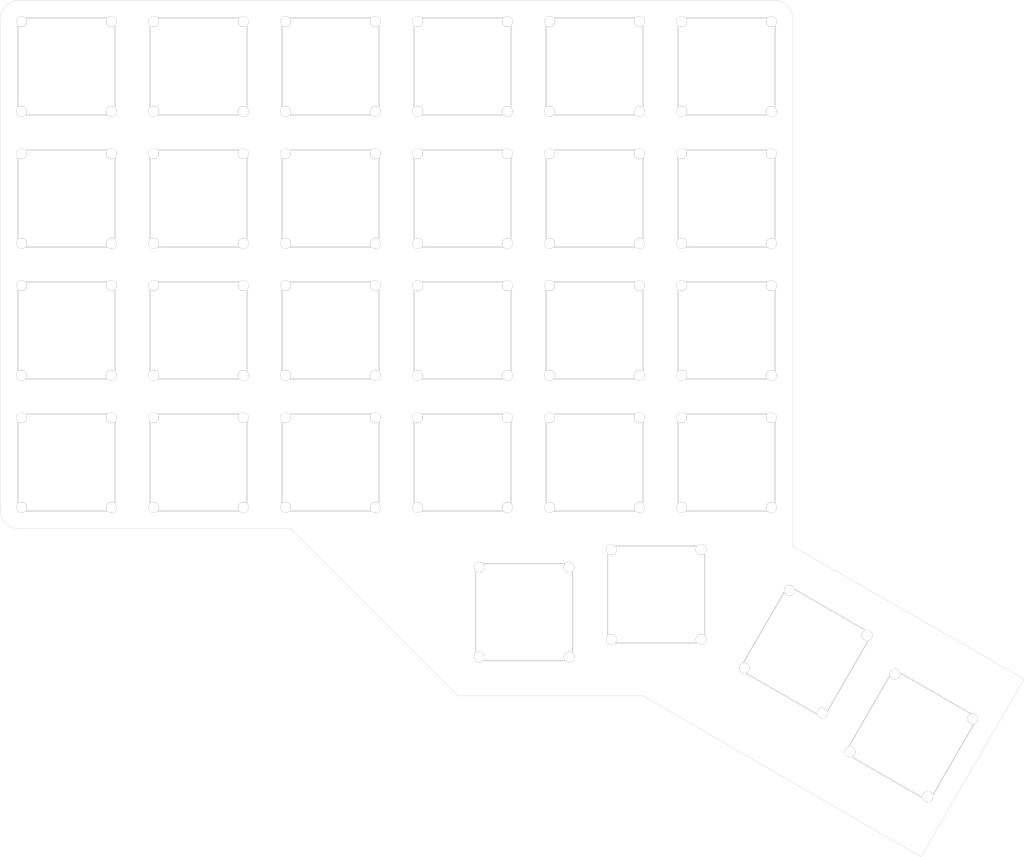
<source format=kicad_pcb>
(kicad_pcb (version 20171130) (host pcbnew "(5.1.4)-1")

  (general
    (thickness 1.6)
    (drawings 12)
    (tracks 0)
    (zones 0)
    (modules 28)
    (nets 1)
  )

  (page A4)
  (layers
    (0 F.Cu signal)
    (31 B.Cu signal)
    (32 B.Adhes user)
    (33 F.Adhes user)
    (34 B.Paste user)
    (35 F.Paste user)
    (36 B.SilkS user)
    (37 F.SilkS user)
    (38 B.Mask user)
    (39 F.Mask user)
    (40 Dwgs.User user)
    (41 Cmts.User user)
    (42 Eco1.User user)
    (43 Eco2.User user)
    (44 Edge.Cuts user)
    (45 Margin user)
    (46 B.CrtYd user)
    (47 F.CrtYd user)
    (48 B.Fab user)
    (49 F.Fab user)
  )

  (setup
    (last_trace_width 0.25)
    (trace_clearance 0.2)
    (zone_clearance 0.508)
    (zone_45_only no)
    (trace_min 0.2)
    (via_size 0.8)
    (via_drill 0.4)
    (via_min_size 0.4)
    (via_min_drill 0.3)
    (uvia_size 0.3)
    (uvia_drill 0.1)
    (uvias_allowed no)
    (uvia_min_size 0.2)
    (uvia_min_drill 0.1)
    (edge_width 0.05)
    (segment_width 0.2)
    (pcb_text_width 0.3)
    (pcb_text_size 1.5 1.5)
    (mod_edge_width 0.12)
    (mod_text_size 1 1)
    (mod_text_width 0.15)
    (pad_size 1.524 1.524)
    (pad_drill 0.762)
    (pad_to_mask_clearance 0.051)
    (solder_mask_min_width 0.25)
    (aux_axis_origin 0 0)
    (grid_origin 71.77 33.64)
    (visible_elements FFFFFF7F)
    (pcbplotparams
      (layerselection 0x010fc_ffffffff)
      (usegerberextensions false)
      (usegerberattributes false)
      (usegerberadvancedattributes false)
      (creategerberjobfile false)
      (excludeedgelayer true)
      (linewidth 0.100000)
      (plotframeref false)
      (viasonmask false)
      (mode 1)
      (useauxorigin false)
      (hpglpennumber 1)
      (hpglpenspeed 20)
      (hpglpendiameter 15.000000)
      (psnegative false)
      (psa4output false)
      (plotreference true)
      (plotvalue true)
      (plotinvisibletext false)
      (padsonsilk false)
      (subtractmaskfromsilk false)
      (outputformat 1)
      (mirror false)
      (drillshape 1)
      (scaleselection 1)
      (outputdirectory ""))
  )

  (net 0 "")

  (net_class Default "これはデフォルトのネット クラスです。"
    (clearance 0.2)
    (trace_width 0.25)
    (via_dia 0.8)
    (via_drill 0.4)
    (uvia_dia 0.3)
    (uvia_drill 0.1)
  )

  (module SWAN_KEYBOARD:Switch_Cuts (layer F.Cu) (tedit 5D3889D4) (tstamp 5DED8479)
    (at 203.85 140.32 330)
    (fp_text reference SW2 (at 7.1 8.2 150) (layer F.SilkS) hide
      (effects (font (size 1 1) (thickness 0.15)))
    )
    (fp_text value SW_PUSH (at -4.8 8.3 150) (layer F.Fab) hide
      (effects (font (size 1 1) (thickness 0.15)))
    )
    (fp_line (start 7 -7) (end 7 7) (layer Edge.Cuts) (width 0.15))
    (fp_line (start -7 -7) (end 7 -7) (layer Edge.Cuts) (width 0.15))
    (fp_line (start -7 7) (end 7 7) (layer Edge.Cuts) (width 0.15))
    (fp_line (start -7 -7) (end -7 7) (layer Edge.Cuts) (width 0.15))
    (fp_line (start -9.525 9.525) (end -9.525 -9.525) (layer Dwgs.User) (width 0.15))
    (fp_line (start 9.525 9.525) (end -9.525 9.525) (layer Dwgs.User) (width 0.15))
    (fp_line (start 9.525 -9.525) (end 9.525 9.525) (layer Dwgs.User) (width 0.15))
    (fp_line (start -9.525 -9.525) (end 9.525 -9.525) (layer Dwgs.User) (width 0.15))
    (pad "" np_thru_hole circle (at 6.477 -6.477 330) (size 1.524 1.524) (drill 1.5) (layers *.Cu *.Mask))
    (pad "" np_thru_hole circle (at -6.477 6.477 330) (size 1.524 1.524) (drill 1.5) (layers *.Cu *.Mask))
    (pad "" np_thru_hole circle (at 6.477 6.477 330) (size 1.524 1.524) (drill 1.5) (layers *.Cu *.Mask))
    (pad "" np_thru_hole circle (at -6.477 -6.477 330) (size 1.524 1.524) (drill 1.5) (layers *.Cu *.Mask))
  )

  (module SWAN_KEYBOARD:Switch_Cuts (layer F.Cu) (tedit 5D3889D4) (tstamp 5DED756B)
    (at 188.61 128.255 330)
    (fp_text reference SW2 (at 7.1 8.2 150) (layer F.SilkS) hide
      (effects (font (size 1 1) (thickness 0.15)))
    )
    (fp_text value SW_PUSH (at -4.8 8.3 150) (layer F.Fab) hide
      (effects (font (size 1 1) (thickness 0.15)))
    )
    (fp_line (start -9.525 -9.525) (end 9.525 -9.525) (layer Dwgs.User) (width 0.15))
    (fp_line (start 9.525 -9.525) (end 9.525 9.525) (layer Dwgs.User) (width 0.15))
    (fp_line (start 9.525 9.525) (end -9.525 9.525) (layer Dwgs.User) (width 0.15))
    (fp_line (start -9.525 9.525) (end -9.525 -9.525) (layer Dwgs.User) (width 0.15))
    (fp_line (start -7 -7) (end -7 7) (layer Edge.Cuts) (width 0.15))
    (fp_line (start -7 7) (end 7 7) (layer Edge.Cuts) (width 0.15))
    (fp_line (start -7 -7) (end 7 -7) (layer Edge.Cuts) (width 0.15))
    (fp_line (start 7 -7) (end 7 7) (layer Edge.Cuts) (width 0.15))
    (pad "" np_thru_hole circle (at -6.477 -6.477 330) (size 1.524 1.524) (drill 1.5) (layers *.Cu *.Mask))
    (pad "" np_thru_hole circle (at 6.477 6.477 330) (size 1.524 1.524) (drill 1.5) (layers *.Cu *.Mask))
    (pad "" np_thru_hole circle (at -6.477 6.477 330) (size 1.524 1.524) (drill 1.5) (layers *.Cu *.Mask))
    (pad "" np_thru_hole circle (at 6.477 -6.477 330) (size 1.524 1.524) (drill 1.5) (layers *.Cu *.Mask))
  )

  (module SWAN_KEYBOARD:Switch_Cuts (layer F.Cu) (tedit 5D3889D4) (tstamp 5DED762D)
    (at 147.97 122.54)
    (fp_text reference SW2 (at 7.1 8.2) (layer F.SilkS) hide
      (effects (font (size 1 1) (thickness 0.15)))
    )
    (fp_text value SW_PUSH (at -4.8 8.3) (layer F.Fab) hide
      (effects (font (size 1 1) (thickness 0.15)))
    )
    (fp_line (start -9.525 -9.525) (end 9.525 -9.525) (layer Dwgs.User) (width 0.15))
    (fp_line (start 9.525 -9.525) (end 9.525 9.525) (layer Dwgs.User) (width 0.15))
    (fp_line (start 9.525 9.525) (end -9.525 9.525) (layer Dwgs.User) (width 0.15))
    (fp_line (start -9.525 9.525) (end -9.525 -9.525) (layer Dwgs.User) (width 0.15))
    (fp_line (start -7 -7) (end -7 7) (layer Edge.Cuts) (width 0.15))
    (fp_line (start -7 7) (end 7 7) (layer Edge.Cuts) (width 0.15))
    (fp_line (start -7 -7) (end 7 -7) (layer Edge.Cuts) (width 0.15))
    (fp_line (start 7 -7) (end 7 7) (layer Edge.Cuts) (width 0.15))
    (pad "" np_thru_hole circle (at -6.477 -6.477) (size 1.524 1.524) (drill 1.5) (layers *.Cu *.Mask))
    (pad "" np_thru_hole circle (at 6.477 6.477) (size 1.524 1.524) (drill 1.5) (layers *.Cu *.Mask))
    (pad "" np_thru_hole circle (at -6.477 6.477) (size 1.524 1.524) (drill 1.5) (layers *.Cu *.Mask))
    (pad "" np_thru_hole circle (at 6.477 -6.477) (size 1.524 1.524) (drill 1.5) (layers *.Cu *.Mask))
  )

  (module SWAN_KEYBOARD:Switch_Cuts (layer F.Cu) (tedit 5D3889D4) (tstamp 5DED7249)
    (at 167.02 120)
    (fp_text reference SW2 (at 7.1 8.2) (layer F.SilkS) hide
      (effects (font (size 1 1) (thickness 0.15)))
    )
    (fp_text value SW_PUSH (at -4.8 8.3) (layer F.Fab) hide
      (effects (font (size 1 1) (thickness 0.15)))
    )
    (fp_line (start 7 -7) (end 7 7) (layer Edge.Cuts) (width 0.15))
    (fp_line (start -7 -7) (end 7 -7) (layer Edge.Cuts) (width 0.15))
    (fp_line (start -7 7) (end 7 7) (layer Edge.Cuts) (width 0.15))
    (fp_line (start -7 -7) (end -7 7) (layer Edge.Cuts) (width 0.15))
    (fp_line (start -9.525 9.525) (end -9.525 -9.525) (layer Dwgs.User) (width 0.15))
    (fp_line (start 9.525 9.525) (end -9.525 9.525) (layer Dwgs.User) (width 0.15))
    (fp_line (start 9.525 -9.525) (end 9.525 9.525) (layer Dwgs.User) (width 0.15))
    (fp_line (start -9.525 -9.525) (end 9.525 -9.525) (layer Dwgs.User) (width 0.15))
    (pad "" np_thru_hole circle (at 6.477 -6.477) (size 1.524 1.524) (drill 1.5) (layers *.Cu *.Mask))
    (pad "" np_thru_hole circle (at -6.477 6.477) (size 1.524 1.524) (drill 1.5) (layers *.Cu *.Mask))
    (pad "" np_thru_hole circle (at 6.477 6.477) (size 1.524 1.524) (drill 1.5) (layers *.Cu *.Mask))
    (pad "" np_thru_hole circle (at -6.477 -6.477) (size 1.524 1.524) (drill 1.5) (layers *.Cu *.Mask))
  )

  (module SWAN_KEYBOARD:Switch_Cuts (layer F.Cu) (tedit 5D3889D4) (tstamp 5DED7294)
    (at 158.13 100.95)
    (fp_text reference SW2 (at 7.1 8.2) (layer F.SilkS) hide
      (effects (font (size 1 1) (thickness 0.15)))
    )
    (fp_text value SW_PUSH (at -4.8 8.3) (layer F.Fab) hide
      (effects (font (size 1 1) (thickness 0.15)))
    )
    (fp_line (start -9.525 -9.525) (end 9.525 -9.525) (layer Dwgs.User) (width 0.15))
    (fp_line (start 9.525 -9.525) (end 9.525 9.525) (layer Dwgs.User) (width 0.15))
    (fp_line (start 9.525 9.525) (end -9.525 9.525) (layer Dwgs.User) (width 0.15))
    (fp_line (start -9.525 9.525) (end -9.525 -9.525) (layer Dwgs.User) (width 0.15))
    (fp_line (start -7 -7) (end -7 7) (layer Edge.Cuts) (width 0.15))
    (fp_line (start -7 7) (end 7 7) (layer Edge.Cuts) (width 0.15))
    (fp_line (start -7 -7) (end 7 -7) (layer Edge.Cuts) (width 0.15))
    (fp_line (start 7 -7) (end 7 7) (layer Edge.Cuts) (width 0.15))
    (pad "" np_thru_hole circle (at -6.477 -6.477) (size 1.524 1.524) (drill 1.5) (layers *.Cu *.Mask))
    (pad "" np_thru_hole circle (at 6.477 6.477) (size 1.524 1.524) (drill 1.5) (layers *.Cu *.Mask))
    (pad "" np_thru_hole circle (at -6.477 6.477) (size 1.524 1.524) (drill 1.5) (layers *.Cu *.Mask))
    (pad "" np_thru_hole circle (at 6.477 -6.477) (size 1.524 1.524) (drill 1.5) (layers *.Cu *.Mask))
  )

  (module SWAN_KEYBOARD:Switch_Cuts (layer F.Cu) (tedit 5D3889D4) (tstamp 5DED7285)
    (at 177.18 100.95)
    (fp_text reference SW2 (at 7.1 8.2) (layer F.SilkS) hide
      (effects (font (size 1 1) (thickness 0.15)))
    )
    (fp_text value SW_PUSH (at -4.8 8.3) (layer F.Fab) hide
      (effects (font (size 1 1) (thickness 0.15)))
    )
    (fp_line (start -9.525 -9.525) (end 9.525 -9.525) (layer Dwgs.User) (width 0.15))
    (fp_line (start 9.525 -9.525) (end 9.525 9.525) (layer Dwgs.User) (width 0.15))
    (fp_line (start 9.525 9.525) (end -9.525 9.525) (layer Dwgs.User) (width 0.15))
    (fp_line (start -9.525 9.525) (end -9.525 -9.525) (layer Dwgs.User) (width 0.15))
    (fp_line (start -7 -7) (end -7 7) (layer Edge.Cuts) (width 0.15))
    (fp_line (start -7 7) (end 7 7) (layer Edge.Cuts) (width 0.15))
    (fp_line (start -7 -7) (end 7 -7) (layer Edge.Cuts) (width 0.15))
    (fp_line (start 7 -7) (end 7 7) (layer Edge.Cuts) (width 0.15))
    (pad "" np_thru_hole circle (at -6.477 -6.477) (size 1.524 1.524) (drill 1.5) (layers *.Cu *.Mask))
    (pad "" np_thru_hole circle (at 6.477 6.477) (size 1.524 1.524) (drill 1.5) (layers *.Cu *.Mask))
    (pad "" np_thru_hole circle (at -6.477 6.477) (size 1.524 1.524) (drill 1.5) (layers *.Cu *.Mask))
    (pad "" np_thru_hole circle (at 6.477 -6.477) (size 1.524 1.524) (drill 1.5) (layers *.Cu *.Mask))
  )

  (module SWAN_KEYBOARD:Switch_Cuts (layer F.Cu) (tedit 5D3889D4) (tstamp 5DED7276)
    (at 139.08 100.95)
    (fp_text reference SW2 (at 7.1 8.2) (layer F.SilkS) hide
      (effects (font (size 1 1) (thickness 0.15)))
    )
    (fp_text value SW_PUSH (at -4.8 8.3) (layer F.Fab) hide
      (effects (font (size 1 1) (thickness 0.15)))
    )
    (fp_line (start -9.525 -9.525) (end 9.525 -9.525) (layer Dwgs.User) (width 0.15))
    (fp_line (start 9.525 -9.525) (end 9.525 9.525) (layer Dwgs.User) (width 0.15))
    (fp_line (start 9.525 9.525) (end -9.525 9.525) (layer Dwgs.User) (width 0.15))
    (fp_line (start -9.525 9.525) (end -9.525 -9.525) (layer Dwgs.User) (width 0.15))
    (fp_line (start -7 -7) (end -7 7) (layer Edge.Cuts) (width 0.15))
    (fp_line (start -7 7) (end 7 7) (layer Edge.Cuts) (width 0.15))
    (fp_line (start -7 -7) (end 7 -7) (layer Edge.Cuts) (width 0.15))
    (fp_line (start 7 -7) (end 7 7) (layer Edge.Cuts) (width 0.15))
    (pad "" np_thru_hole circle (at -6.477 -6.477) (size 1.524 1.524) (drill 1.5) (layers *.Cu *.Mask))
    (pad "" np_thru_hole circle (at 6.477 6.477) (size 1.524 1.524) (drill 1.5) (layers *.Cu *.Mask))
    (pad "" np_thru_hole circle (at -6.477 6.477) (size 1.524 1.524) (drill 1.5) (layers *.Cu *.Mask))
    (pad "" np_thru_hole circle (at 6.477 -6.477) (size 1.524 1.524) (drill 1.5) (layers *.Cu *.Mask))
  )

  (module SWAN_KEYBOARD:Switch_Cuts (layer F.Cu) (tedit 5D3889D4) (tstamp 5DED7267)
    (at 120.03 100.95)
    (fp_text reference SW2 (at 7.1 8.2) (layer F.SilkS) hide
      (effects (font (size 1 1) (thickness 0.15)))
    )
    (fp_text value SW_PUSH (at -4.8 8.3) (layer F.Fab) hide
      (effects (font (size 1 1) (thickness 0.15)))
    )
    (fp_line (start -9.525 -9.525) (end 9.525 -9.525) (layer Dwgs.User) (width 0.15))
    (fp_line (start 9.525 -9.525) (end 9.525 9.525) (layer Dwgs.User) (width 0.15))
    (fp_line (start 9.525 9.525) (end -9.525 9.525) (layer Dwgs.User) (width 0.15))
    (fp_line (start -9.525 9.525) (end -9.525 -9.525) (layer Dwgs.User) (width 0.15))
    (fp_line (start -7 -7) (end -7 7) (layer Edge.Cuts) (width 0.15))
    (fp_line (start -7 7) (end 7 7) (layer Edge.Cuts) (width 0.15))
    (fp_line (start -7 -7) (end 7 -7) (layer Edge.Cuts) (width 0.15))
    (fp_line (start 7 -7) (end 7 7) (layer Edge.Cuts) (width 0.15))
    (pad "" np_thru_hole circle (at -6.477 -6.477) (size 1.524 1.524) (drill 1.5) (layers *.Cu *.Mask))
    (pad "" np_thru_hole circle (at 6.477 6.477) (size 1.524 1.524) (drill 1.5) (layers *.Cu *.Mask))
    (pad "" np_thru_hole circle (at -6.477 6.477) (size 1.524 1.524) (drill 1.5) (layers *.Cu *.Mask))
    (pad "" np_thru_hole circle (at 6.477 -6.477) (size 1.524 1.524) (drill 1.5) (layers *.Cu *.Mask))
  )

  (module SWAN_KEYBOARD:Switch_Cuts (layer F.Cu) (tedit 5D3889D4) (tstamp 5DED7258)
    (at 100.98 100.95)
    (fp_text reference SW2 (at 7.1 8.2) (layer F.SilkS) hide
      (effects (font (size 1 1) (thickness 0.15)))
    )
    (fp_text value SW_PUSH (at -4.8 8.3) (layer F.Fab) hide
      (effects (font (size 1 1) (thickness 0.15)))
    )
    (fp_line (start -9.525 -9.525) (end 9.525 -9.525) (layer Dwgs.User) (width 0.15))
    (fp_line (start 9.525 -9.525) (end 9.525 9.525) (layer Dwgs.User) (width 0.15))
    (fp_line (start 9.525 9.525) (end -9.525 9.525) (layer Dwgs.User) (width 0.15))
    (fp_line (start -9.525 9.525) (end -9.525 -9.525) (layer Dwgs.User) (width 0.15))
    (fp_line (start -7 -7) (end -7 7) (layer Edge.Cuts) (width 0.15))
    (fp_line (start -7 7) (end 7 7) (layer Edge.Cuts) (width 0.15))
    (fp_line (start -7 -7) (end 7 -7) (layer Edge.Cuts) (width 0.15))
    (fp_line (start 7 -7) (end 7 7) (layer Edge.Cuts) (width 0.15))
    (pad "" np_thru_hole circle (at -6.477 -6.477) (size 1.524 1.524) (drill 1.5) (layers *.Cu *.Mask))
    (pad "" np_thru_hole circle (at 6.477 6.477) (size 1.524 1.524) (drill 1.5) (layers *.Cu *.Mask))
    (pad "" np_thru_hole circle (at -6.477 6.477) (size 1.524 1.524) (drill 1.5) (layers *.Cu *.Mask))
    (pad "" np_thru_hole circle (at 6.477 -6.477) (size 1.524 1.524) (drill 1.5) (layers *.Cu *.Mask))
  )

  (module SWAN_KEYBOARD:Switch_Cuts (layer F.Cu) (tedit 5D3889D4) (tstamp 5DED7249)
    (at 81.93 100.95)
    (fp_text reference SW2 (at 7.1 8.2) (layer F.SilkS) hide
      (effects (font (size 1 1) (thickness 0.15)))
    )
    (fp_text value SW_PUSH (at -4.8 8.3) (layer F.Fab) hide
      (effects (font (size 1 1) (thickness 0.15)))
    )
    (fp_line (start 7 -7) (end 7 7) (layer Edge.Cuts) (width 0.15))
    (fp_line (start -7 -7) (end 7 -7) (layer Edge.Cuts) (width 0.15))
    (fp_line (start -7 7) (end 7 7) (layer Edge.Cuts) (width 0.15))
    (fp_line (start -7 -7) (end -7 7) (layer Edge.Cuts) (width 0.15))
    (fp_line (start -9.525 9.525) (end -9.525 -9.525) (layer Dwgs.User) (width 0.15))
    (fp_line (start 9.525 9.525) (end -9.525 9.525) (layer Dwgs.User) (width 0.15))
    (fp_line (start 9.525 -9.525) (end 9.525 9.525) (layer Dwgs.User) (width 0.15))
    (fp_line (start -9.525 -9.525) (end 9.525 -9.525) (layer Dwgs.User) (width 0.15))
    (pad "" np_thru_hole circle (at 6.477 -6.477) (size 1.524 1.524) (drill 1.5) (layers *.Cu *.Mask))
    (pad "" np_thru_hole circle (at -6.477 6.477) (size 1.524 1.524) (drill 1.5) (layers *.Cu *.Mask))
    (pad "" np_thru_hole circle (at 6.477 6.477) (size 1.524 1.524) (drill 1.5) (layers *.Cu *.Mask))
    (pad "" np_thru_hole circle (at -6.477 -6.477) (size 1.524 1.524) (drill 1.5) (layers *.Cu *.Mask))
  )

  (module SWAN_KEYBOARD:Switch_Cuts (layer F.Cu) (tedit 5D3889D4) (tstamp 5DED7294)
    (at 158.13 81.9)
    (fp_text reference SW2 (at 7.1 8.2) (layer F.SilkS) hide
      (effects (font (size 1 1) (thickness 0.15)))
    )
    (fp_text value SW_PUSH (at -4.8 8.3) (layer F.Fab) hide
      (effects (font (size 1 1) (thickness 0.15)))
    )
    (fp_line (start -9.525 -9.525) (end 9.525 -9.525) (layer Dwgs.User) (width 0.15))
    (fp_line (start 9.525 -9.525) (end 9.525 9.525) (layer Dwgs.User) (width 0.15))
    (fp_line (start 9.525 9.525) (end -9.525 9.525) (layer Dwgs.User) (width 0.15))
    (fp_line (start -9.525 9.525) (end -9.525 -9.525) (layer Dwgs.User) (width 0.15))
    (fp_line (start -7 -7) (end -7 7) (layer Edge.Cuts) (width 0.15))
    (fp_line (start -7 7) (end 7 7) (layer Edge.Cuts) (width 0.15))
    (fp_line (start -7 -7) (end 7 -7) (layer Edge.Cuts) (width 0.15))
    (fp_line (start 7 -7) (end 7 7) (layer Edge.Cuts) (width 0.15))
    (pad "" np_thru_hole circle (at -6.477 -6.477) (size 1.524 1.524) (drill 1.5) (layers *.Cu *.Mask))
    (pad "" np_thru_hole circle (at 6.477 6.477) (size 1.524 1.524) (drill 1.5) (layers *.Cu *.Mask))
    (pad "" np_thru_hole circle (at -6.477 6.477) (size 1.524 1.524) (drill 1.5) (layers *.Cu *.Mask))
    (pad "" np_thru_hole circle (at 6.477 -6.477) (size 1.524 1.524) (drill 1.5) (layers *.Cu *.Mask))
  )

  (module SWAN_KEYBOARD:Switch_Cuts (layer F.Cu) (tedit 5D3889D4) (tstamp 5DED7285)
    (at 177.18 81.9)
    (fp_text reference SW2 (at 7.1 8.2) (layer F.SilkS) hide
      (effects (font (size 1 1) (thickness 0.15)))
    )
    (fp_text value SW_PUSH (at -4.8 8.3) (layer F.Fab) hide
      (effects (font (size 1 1) (thickness 0.15)))
    )
    (fp_line (start -9.525 -9.525) (end 9.525 -9.525) (layer Dwgs.User) (width 0.15))
    (fp_line (start 9.525 -9.525) (end 9.525 9.525) (layer Dwgs.User) (width 0.15))
    (fp_line (start 9.525 9.525) (end -9.525 9.525) (layer Dwgs.User) (width 0.15))
    (fp_line (start -9.525 9.525) (end -9.525 -9.525) (layer Dwgs.User) (width 0.15))
    (fp_line (start -7 -7) (end -7 7) (layer Edge.Cuts) (width 0.15))
    (fp_line (start -7 7) (end 7 7) (layer Edge.Cuts) (width 0.15))
    (fp_line (start -7 -7) (end 7 -7) (layer Edge.Cuts) (width 0.15))
    (fp_line (start 7 -7) (end 7 7) (layer Edge.Cuts) (width 0.15))
    (pad "" np_thru_hole circle (at -6.477 -6.477) (size 1.524 1.524) (drill 1.5) (layers *.Cu *.Mask))
    (pad "" np_thru_hole circle (at 6.477 6.477) (size 1.524 1.524) (drill 1.5) (layers *.Cu *.Mask))
    (pad "" np_thru_hole circle (at -6.477 6.477) (size 1.524 1.524) (drill 1.5) (layers *.Cu *.Mask))
    (pad "" np_thru_hole circle (at 6.477 -6.477) (size 1.524 1.524) (drill 1.5) (layers *.Cu *.Mask))
  )

  (module SWAN_KEYBOARD:Switch_Cuts (layer F.Cu) (tedit 5D3889D4) (tstamp 5DED7276)
    (at 139.08 81.9)
    (fp_text reference SW2 (at 7.1 8.2) (layer F.SilkS) hide
      (effects (font (size 1 1) (thickness 0.15)))
    )
    (fp_text value SW_PUSH (at -4.8 8.3) (layer F.Fab) hide
      (effects (font (size 1 1) (thickness 0.15)))
    )
    (fp_line (start -9.525 -9.525) (end 9.525 -9.525) (layer Dwgs.User) (width 0.15))
    (fp_line (start 9.525 -9.525) (end 9.525 9.525) (layer Dwgs.User) (width 0.15))
    (fp_line (start 9.525 9.525) (end -9.525 9.525) (layer Dwgs.User) (width 0.15))
    (fp_line (start -9.525 9.525) (end -9.525 -9.525) (layer Dwgs.User) (width 0.15))
    (fp_line (start -7 -7) (end -7 7) (layer Edge.Cuts) (width 0.15))
    (fp_line (start -7 7) (end 7 7) (layer Edge.Cuts) (width 0.15))
    (fp_line (start -7 -7) (end 7 -7) (layer Edge.Cuts) (width 0.15))
    (fp_line (start 7 -7) (end 7 7) (layer Edge.Cuts) (width 0.15))
    (pad "" np_thru_hole circle (at -6.477 -6.477) (size 1.524 1.524) (drill 1.5) (layers *.Cu *.Mask))
    (pad "" np_thru_hole circle (at 6.477 6.477) (size 1.524 1.524) (drill 1.5) (layers *.Cu *.Mask))
    (pad "" np_thru_hole circle (at -6.477 6.477) (size 1.524 1.524) (drill 1.5) (layers *.Cu *.Mask))
    (pad "" np_thru_hole circle (at 6.477 -6.477) (size 1.524 1.524) (drill 1.5) (layers *.Cu *.Mask))
  )

  (module SWAN_KEYBOARD:Switch_Cuts (layer F.Cu) (tedit 5D3889D4) (tstamp 5DED7267)
    (at 120.03 81.9)
    (fp_text reference SW2 (at 7.1 8.2) (layer F.SilkS) hide
      (effects (font (size 1 1) (thickness 0.15)))
    )
    (fp_text value SW_PUSH (at -4.8 8.3) (layer F.Fab) hide
      (effects (font (size 1 1) (thickness 0.15)))
    )
    (fp_line (start -9.525 -9.525) (end 9.525 -9.525) (layer Dwgs.User) (width 0.15))
    (fp_line (start 9.525 -9.525) (end 9.525 9.525) (layer Dwgs.User) (width 0.15))
    (fp_line (start 9.525 9.525) (end -9.525 9.525) (layer Dwgs.User) (width 0.15))
    (fp_line (start -9.525 9.525) (end -9.525 -9.525) (layer Dwgs.User) (width 0.15))
    (fp_line (start -7 -7) (end -7 7) (layer Edge.Cuts) (width 0.15))
    (fp_line (start -7 7) (end 7 7) (layer Edge.Cuts) (width 0.15))
    (fp_line (start -7 -7) (end 7 -7) (layer Edge.Cuts) (width 0.15))
    (fp_line (start 7 -7) (end 7 7) (layer Edge.Cuts) (width 0.15))
    (pad "" np_thru_hole circle (at -6.477 -6.477) (size 1.524 1.524) (drill 1.5) (layers *.Cu *.Mask))
    (pad "" np_thru_hole circle (at 6.477 6.477) (size 1.524 1.524) (drill 1.5) (layers *.Cu *.Mask))
    (pad "" np_thru_hole circle (at -6.477 6.477) (size 1.524 1.524) (drill 1.5) (layers *.Cu *.Mask))
    (pad "" np_thru_hole circle (at 6.477 -6.477) (size 1.524 1.524) (drill 1.5) (layers *.Cu *.Mask))
  )

  (module SWAN_KEYBOARD:Switch_Cuts (layer F.Cu) (tedit 5D3889D4) (tstamp 5DED7258)
    (at 100.98 81.9)
    (fp_text reference SW2 (at 7.1 8.2) (layer F.SilkS) hide
      (effects (font (size 1 1) (thickness 0.15)))
    )
    (fp_text value SW_PUSH (at -4.8 8.3) (layer F.Fab) hide
      (effects (font (size 1 1) (thickness 0.15)))
    )
    (fp_line (start -9.525 -9.525) (end 9.525 -9.525) (layer Dwgs.User) (width 0.15))
    (fp_line (start 9.525 -9.525) (end 9.525 9.525) (layer Dwgs.User) (width 0.15))
    (fp_line (start 9.525 9.525) (end -9.525 9.525) (layer Dwgs.User) (width 0.15))
    (fp_line (start -9.525 9.525) (end -9.525 -9.525) (layer Dwgs.User) (width 0.15))
    (fp_line (start -7 -7) (end -7 7) (layer Edge.Cuts) (width 0.15))
    (fp_line (start -7 7) (end 7 7) (layer Edge.Cuts) (width 0.15))
    (fp_line (start -7 -7) (end 7 -7) (layer Edge.Cuts) (width 0.15))
    (fp_line (start 7 -7) (end 7 7) (layer Edge.Cuts) (width 0.15))
    (pad "" np_thru_hole circle (at -6.477 -6.477) (size 1.524 1.524) (drill 1.5) (layers *.Cu *.Mask))
    (pad "" np_thru_hole circle (at 6.477 6.477) (size 1.524 1.524) (drill 1.5) (layers *.Cu *.Mask))
    (pad "" np_thru_hole circle (at -6.477 6.477) (size 1.524 1.524) (drill 1.5) (layers *.Cu *.Mask))
    (pad "" np_thru_hole circle (at 6.477 -6.477) (size 1.524 1.524) (drill 1.5) (layers *.Cu *.Mask))
  )

  (module SWAN_KEYBOARD:Switch_Cuts (layer F.Cu) (tedit 5D3889D4) (tstamp 5DED7249)
    (at 81.93 81.9)
    (fp_text reference SW2 (at 7.1 8.2) (layer F.SilkS) hide
      (effects (font (size 1 1) (thickness 0.15)))
    )
    (fp_text value SW_PUSH (at -4.8 8.3) (layer F.Fab) hide
      (effects (font (size 1 1) (thickness 0.15)))
    )
    (fp_line (start 7 -7) (end 7 7) (layer Edge.Cuts) (width 0.15))
    (fp_line (start -7 -7) (end 7 -7) (layer Edge.Cuts) (width 0.15))
    (fp_line (start -7 7) (end 7 7) (layer Edge.Cuts) (width 0.15))
    (fp_line (start -7 -7) (end -7 7) (layer Edge.Cuts) (width 0.15))
    (fp_line (start -9.525 9.525) (end -9.525 -9.525) (layer Dwgs.User) (width 0.15))
    (fp_line (start 9.525 9.525) (end -9.525 9.525) (layer Dwgs.User) (width 0.15))
    (fp_line (start 9.525 -9.525) (end 9.525 9.525) (layer Dwgs.User) (width 0.15))
    (fp_line (start -9.525 -9.525) (end 9.525 -9.525) (layer Dwgs.User) (width 0.15))
    (pad "" np_thru_hole circle (at 6.477 -6.477) (size 1.524 1.524) (drill 1.5) (layers *.Cu *.Mask))
    (pad "" np_thru_hole circle (at -6.477 6.477) (size 1.524 1.524) (drill 1.5) (layers *.Cu *.Mask))
    (pad "" np_thru_hole circle (at 6.477 6.477) (size 1.524 1.524) (drill 1.5) (layers *.Cu *.Mask))
    (pad "" np_thru_hole circle (at -6.477 -6.477) (size 1.524 1.524) (drill 1.5) (layers *.Cu *.Mask))
  )

  (module SWAN_KEYBOARD:Switch_Cuts (layer F.Cu) (tedit 5D3889D4) (tstamp 5DED7294)
    (at 158.13 62.85)
    (fp_text reference SW2 (at 7.1 8.2) (layer F.SilkS) hide
      (effects (font (size 1 1) (thickness 0.15)))
    )
    (fp_text value SW_PUSH (at -4.8 8.3) (layer F.Fab) hide
      (effects (font (size 1 1) (thickness 0.15)))
    )
    (fp_line (start -9.525 -9.525) (end 9.525 -9.525) (layer Dwgs.User) (width 0.15))
    (fp_line (start 9.525 -9.525) (end 9.525 9.525) (layer Dwgs.User) (width 0.15))
    (fp_line (start 9.525 9.525) (end -9.525 9.525) (layer Dwgs.User) (width 0.15))
    (fp_line (start -9.525 9.525) (end -9.525 -9.525) (layer Dwgs.User) (width 0.15))
    (fp_line (start -7 -7) (end -7 7) (layer Edge.Cuts) (width 0.15))
    (fp_line (start -7 7) (end 7 7) (layer Edge.Cuts) (width 0.15))
    (fp_line (start -7 -7) (end 7 -7) (layer Edge.Cuts) (width 0.15))
    (fp_line (start 7 -7) (end 7 7) (layer Edge.Cuts) (width 0.15))
    (pad "" np_thru_hole circle (at -6.477 -6.477) (size 1.524 1.524) (drill 1.5) (layers *.Cu *.Mask))
    (pad "" np_thru_hole circle (at 6.477 6.477) (size 1.524 1.524) (drill 1.5) (layers *.Cu *.Mask))
    (pad "" np_thru_hole circle (at -6.477 6.477) (size 1.524 1.524) (drill 1.5) (layers *.Cu *.Mask))
    (pad "" np_thru_hole circle (at 6.477 -6.477) (size 1.524 1.524) (drill 1.5) (layers *.Cu *.Mask))
  )

  (module SWAN_KEYBOARD:Switch_Cuts (layer F.Cu) (tedit 5D3889D4) (tstamp 5DED7285)
    (at 177.18 62.85)
    (fp_text reference SW2 (at 7.1 8.2) (layer F.SilkS) hide
      (effects (font (size 1 1) (thickness 0.15)))
    )
    (fp_text value SW_PUSH (at -4.8 8.3) (layer F.Fab) hide
      (effects (font (size 1 1) (thickness 0.15)))
    )
    (fp_line (start -9.525 -9.525) (end 9.525 -9.525) (layer Dwgs.User) (width 0.15))
    (fp_line (start 9.525 -9.525) (end 9.525 9.525) (layer Dwgs.User) (width 0.15))
    (fp_line (start 9.525 9.525) (end -9.525 9.525) (layer Dwgs.User) (width 0.15))
    (fp_line (start -9.525 9.525) (end -9.525 -9.525) (layer Dwgs.User) (width 0.15))
    (fp_line (start -7 -7) (end -7 7) (layer Edge.Cuts) (width 0.15))
    (fp_line (start -7 7) (end 7 7) (layer Edge.Cuts) (width 0.15))
    (fp_line (start -7 -7) (end 7 -7) (layer Edge.Cuts) (width 0.15))
    (fp_line (start 7 -7) (end 7 7) (layer Edge.Cuts) (width 0.15))
    (pad "" np_thru_hole circle (at -6.477 -6.477) (size 1.524 1.524) (drill 1.5) (layers *.Cu *.Mask))
    (pad "" np_thru_hole circle (at 6.477 6.477) (size 1.524 1.524) (drill 1.5) (layers *.Cu *.Mask))
    (pad "" np_thru_hole circle (at -6.477 6.477) (size 1.524 1.524) (drill 1.5) (layers *.Cu *.Mask))
    (pad "" np_thru_hole circle (at 6.477 -6.477) (size 1.524 1.524) (drill 1.5) (layers *.Cu *.Mask))
  )

  (module SWAN_KEYBOARD:Switch_Cuts (layer F.Cu) (tedit 5D3889D4) (tstamp 5DED7276)
    (at 139.08 62.85)
    (fp_text reference SW2 (at 7.1 8.2) (layer F.SilkS) hide
      (effects (font (size 1 1) (thickness 0.15)))
    )
    (fp_text value SW_PUSH (at -4.8 8.3) (layer F.Fab) hide
      (effects (font (size 1 1) (thickness 0.15)))
    )
    (fp_line (start -9.525 -9.525) (end 9.525 -9.525) (layer Dwgs.User) (width 0.15))
    (fp_line (start 9.525 -9.525) (end 9.525 9.525) (layer Dwgs.User) (width 0.15))
    (fp_line (start 9.525 9.525) (end -9.525 9.525) (layer Dwgs.User) (width 0.15))
    (fp_line (start -9.525 9.525) (end -9.525 -9.525) (layer Dwgs.User) (width 0.15))
    (fp_line (start -7 -7) (end -7 7) (layer Edge.Cuts) (width 0.15))
    (fp_line (start -7 7) (end 7 7) (layer Edge.Cuts) (width 0.15))
    (fp_line (start -7 -7) (end 7 -7) (layer Edge.Cuts) (width 0.15))
    (fp_line (start 7 -7) (end 7 7) (layer Edge.Cuts) (width 0.15))
    (pad "" np_thru_hole circle (at -6.477 -6.477) (size 1.524 1.524) (drill 1.5) (layers *.Cu *.Mask))
    (pad "" np_thru_hole circle (at 6.477 6.477) (size 1.524 1.524) (drill 1.5) (layers *.Cu *.Mask))
    (pad "" np_thru_hole circle (at -6.477 6.477) (size 1.524 1.524) (drill 1.5) (layers *.Cu *.Mask))
    (pad "" np_thru_hole circle (at 6.477 -6.477) (size 1.524 1.524) (drill 1.5) (layers *.Cu *.Mask))
  )

  (module SWAN_KEYBOARD:Switch_Cuts (layer F.Cu) (tedit 5D3889D4) (tstamp 5DED7267)
    (at 120.03 62.85)
    (fp_text reference SW2 (at 7.1 8.2) (layer F.SilkS) hide
      (effects (font (size 1 1) (thickness 0.15)))
    )
    (fp_text value SW_PUSH (at -4.8 8.3) (layer F.Fab) hide
      (effects (font (size 1 1) (thickness 0.15)))
    )
    (fp_line (start -9.525 -9.525) (end 9.525 -9.525) (layer Dwgs.User) (width 0.15))
    (fp_line (start 9.525 -9.525) (end 9.525 9.525) (layer Dwgs.User) (width 0.15))
    (fp_line (start 9.525 9.525) (end -9.525 9.525) (layer Dwgs.User) (width 0.15))
    (fp_line (start -9.525 9.525) (end -9.525 -9.525) (layer Dwgs.User) (width 0.15))
    (fp_line (start -7 -7) (end -7 7) (layer Edge.Cuts) (width 0.15))
    (fp_line (start -7 7) (end 7 7) (layer Edge.Cuts) (width 0.15))
    (fp_line (start -7 -7) (end 7 -7) (layer Edge.Cuts) (width 0.15))
    (fp_line (start 7 -7) (end 7 7) (layer Edge.Cuts) (width 0.15))
    (pad "" np_thru_hole circle (at -6.477 -6.477) (size 1.524 1.524) (drill 1.5) (layers *.Cu *.Mask))
    (pad "" np_thru_hole circle (at 6.477 6.477) (size 1.524 1.524) (drill 1.5) (layers *.Cu *.Mask))
    (pad "" np_thru_hole circle (at -6.477 6.477) (size 1.524 1.524) (drill 1.5) (layers *.Cu *.Mask))
    (pad "" np_thru_hole circle (at 6.477 -6.477) (size 1.524 1.524) (drill 1.5) (layers *.Cu *.Mask))
  )

  (module SWAN_KEYBOARD:Switch_Cuts (layer F.Cu) (tedit 5D3889D4) (tstamp 5DED7258)
    (at 100.98 62.85)
    (fp_text reference SW2 (at 7.1 8.2) (layer F.SilkS) hide
      (effects (font (size 1 1) (thickness 0.15)))
    )
    (fp_text value SW_PUSH (at -4.8 8.3) (layer F.Fab) hide
      (effects (font (size 1 1) (thickness 0.15)))
    )
    (fp_line (start -9.525 -9.525) (end 9.525 -9.525) (layer Dwgs.User) (width 0.15))
    (fp_line (start 9.525 -9.525) (end 9.525 9.525) (layer Dwgs.User) (width 0.15))
    (fp_line (start 9.525 9.525) (end -9.525 9.525) (layer Dwgs.User) (width 0.15))
    (fp_line (start -9.525 9.525) (end -9.525 -9.525) (layer Dwgs.User) (width 0.15))
    (fp_line (start -7 -7) (end -7 7) (layer Edge.Cuts) (width 0.15))
    (fp_line (start -7 7) (end 7 7) (layer Edge.Cuts) (width 0.15))
    (fp_line (start -7 -7) (end 7 -7) (layer Edge.Cuts) (width 0.15))
    (fp_line (start 7 -7) (end 7 7) (layer Edge.Cuts) (width 0.15))
    (pad "" np_thru_hole circle (at -6.477 -6.477) (size 1.524 1.524) (drill 1.5) (layers *.Cu *.Mask))
    (pad "" np_thru_hole circle (at 6.477 6.477) (size 1.524 1.524) (drill 1.5) (layers *.Cu *.Mask))
    (pad "" np_thru_hole circle (at -6.477 6.477) (size 1.524 1.524) (drill 1.5) (layers *.Cu *.Mask))
    (pad "" np_thru_hole circle (at 6.477 -6.477) (size 1.524 1.524) (drill 1.5) (layers *.Cu *.Mask))
  )

  (module SWAN_KEYBOARD:Switch_Cuts (layer F.Cu) (tedit 5D3889D4) (tstamp 5DED7249)
    (at 81.93 62.85)
    (fp_text reference SW2 (at 7.1 8.2) (layer F.SilkS) hide
      (effects (font (size 1 1) (thickness 0.15)))
    )
    (fp_text value SW_PUSH (at -4.8 8.3) (layer F.Fab) hide
      (effects (font (size 1 1) (thickness 0.15)))
    )
    (fp_line (start 7 -7) (end 7 7) (layer Edge.Cuts) (width 0.15))
    (fp_line (start -7 -7) (end 7 -7) (layer Edge.Cuts) (width 0.15))
    (fp_line (start -7 7) (end 7 7) (layer Edge.Cuts) (width 0.15))
    (fp_line (start -7 -7) (end -7 7) (layer Edge.Cuts) (width 0.15))
    (fp_line (start -9.525 9.525) (end -9.525 -9.525) (layer Dwgs.User) (width 0.15))
    (fp_line (start 9.525 9.525) (end -9.525 9.525) (layer Dwgs.User) (width 0.15))
    (fp_line (start 9.525 -9.525) (end 9.525 9.525) (layer Dwgs.User) (width 0.15))
    (fp_line (start -9.525 -9.525) (end 9.525 -9.525) (layer Dwgs.User) (width 0.15))
    (pad "" np_thru_hole circle (at 6.477 -6.477) (size 1.524 1.524) (drill 1.5) (layers *.Cu *.Mask))
    (pad "" np_thru_hole circle (at -6.477 6.477) (size 1.524 1.524) (drill 1.5) (layers *.Cu *.Mask))
    (pad "" np_thru_hole circle (at 6.477 6.477) (size 1.524 1.524) (drill 1.5) (layers *.Cu *.Mask))
    (pad "" np_thru_hole circle (at -6.477 -6.477) (size 1.524 1.524) (drill 1.5) (layers *.Cu *.Mask))
  )

  (module SWAN_KEYBOARD:Switch_Cuts (layer F.Cu) (tedit 5D3889D4) (tstamp 5DED71E5)
    (at 177.18 43.8)
    (fp_text reference SW2 (at 7.1 8.2) (layer F.SilkS) hide
      (effects (font (size 1 1) (thickness 0.15)))
    )
    (fp_text value SW_PUSH (at -4.8 8.3) (layer F.Fab) hide
      (effects (font (size 1 1) (thickness 0.15)))
    )
    (fp_line (start 7 -7) (end 7 7) (layer Edge.Cuts) (width 0.15))
    (fp_line (start -7 -7) (end 7 -7) (layer Edge.Cuts) (width 0.15))
    (fp_line (start -7 7) (end 7 7) (layer Edge.Cuts) (width 0.15))
    (fp_line (start -7 -7) (end -7 7) (layer Edge.Cuts) (width 0.15))
    (fp_line (start -9.525 9.525) (end -9.525 -9.525) (layer Dwgs.User) (width 0.15))
    (fp_line (start 9.525 9.525) (end -9.525 9.525) (layer Dwgs.User) (width 0.15))
    (fp_line (start 9.525 -9.525) (end 9.525 9.525) (layer Dwgs.User) (width 0.15))
    (fp_line (start -9.525 -9.525) (end 9.525 -9.525) (layer Dwgs.User) (width 0.15))
    (pad "" np_thru_hole circle (at 6.477 -6.477) (size 1.524 1.524) (drill 1.5) (layers *.Cu *.Mask))
    (pad "" np_thru_hole circle (at -6.477 6.477) (size 1.524 1.524) (drill 1.5) (layers *.Cu *.Mask))
    (pad "" np_thru_hole circle (at 6.477 6.477) (size 1.524 1.524) (drill 1.5) (layers *.Cu *.Mask))
    (pad "" np_thru_hole circle (at -6.477 -6.477) (size 1.524 1.524) (drill 1.5) (layers *.Cu *.Mask))
  )

  (module SWAN_KEYBOARD:Switch_Cuts (layer F.Cu) (tedit 5D3889D4) (tstamp 5DED71E5)
    (at 158.13 43.8)
    (fp_text reference SW2 (at 7.1 8.2) (layer F.SilkS) hide
      (effects (font (size 1 1) (thickness 0.15)))
    )
    (fp_text value SW_PUSH (at -4.8 8.3) (layer F.Fab) hide
      (effects (font (size 1 1) (thickness 0.15)))
    )
    (fp_line (start 7 -7) (end 7 7) (layer Edge.Cuts) (width 0.15))
    (fp_line (start -7 -7) (end 7 -7) (layer Edge.Cuts) (width 0.15))
    (fp_line (start -7 7) (end 7 7) (layer Edge.Cuts) (width 0.15))
    (fp_line (start -7 -7) (end -7 7) (layer Edge.Cuts) (width 0.15))
    (fp_line (start -9.525 9.525) (end -9.525 -9.525) (layer Dwgs.User) (width 0.15))
    (fp_line (start 9.525 9.525) (end -9.525 9.525) (layer Dwgs.User) (width 0.15))
    (fp_line (start 9.525 -9.525) (end 9.525 9.525) (layer Dwgs.User) (width 0.15))
    (fp_line (start -9.525 -9.525) (end 9.525 -9.525) (layer Dwgs.User) (width 0.15))
    (pad "" np_thru_hole circle (at 6.477 -6.477) (size 1.524 1.524) (drill 1.5) (layers *.Cu *.Mask))
    (pad "" np_thru_hole circle (at -6.477 6.477) (size 1.524 1.524) (drill 1.5) (layers *.Cu *.Mask))
    (pad "" np_thru_hole circle (at 6.477 6.477) (size 1.524 1.524) (drill 1.5) (layers *.Cu *.Mask))
    (pad "" np_thru_hole circle (at -6.477 -6.477) (size 1.524 1.524) (drill 1.5) (layers *.Cu *.Mask))
  )

  (module SWAN_KEYBOARD:Switch_Cuts (layer F.Cu) (tedit 5D3889D4) (tstamp 5DED71E5)
    (at 139.08 43.8)
    (fp_text reference SW2 (at 7.1 8.2) (layer F.SilkS) hide
      (effects (font (size 1 1) (thickness 0.15)))
    )
    (fp_text value SW_PUSH (at -4.8 8.3) (layer F.Fab) hide
      (effects (font (size 1 1) (thickness 0.15)))
    )
    (fp_line (start 7 -7) (end 7 7) (layer Edge.Cuts) (width 0.15))
    (fp_line (start -7 -7) (end 7 -7) (layer Edge.Cuts) (width 0.15))
    (fp_line (start -7 7) (end 7 7) (layer Edge.Cuts) (width 0.15))
    (fp_line (start -7 -7) (end -7 7) (layer Edge.Cuts) (width 0.15))
    (fp_line (start -9.525 9.525) (end -9.525 -9.525) (layer Dwgs.User) (width 0.15))
    (fp_line (start 9.525 9.525) (end -9.525 9.525) (layer Dwgs.User) (width 0.15))
    (fp_line (start 9.525 -9.525) (end 9.525 9.525) (layer Dwgs.User) (width 0.15))
    (fp_line (start -9.525 -9.525) (end 9.525 -9.525) (layer Dwgs.User) (width 0.15))
    (pad "" np_thru_hole circle (at 6.477 -6.477) (size 1.524 1.524) (drill 1.5) (layers *.Cu *.Mask))
    (pad "" np_thru_hole circle (at -6.477 6.477) (size 1.524 1.524) (drill 1.5) (layers *.Cu *.Mask))
    (pad "" np_thru_hole circle (at 6.477 6.477) (size 1.524 1.524) (drill 1.5) (layers *.Cu *.Mask))
    (pad "" np_thru_hole circle (at -6.477 -6.477) (size 1.524 1.524) (drill 1.5) (layers *.Cu *.Mask))
  )

  (module SWAN_KEYBOARD:Switch_Cuts (layer F.Cu) (tedit 5D3889D4) (tstamp 5DED71E5)
    (at 120.03 43.8)
    (fp_text reference SW2 (at 7.1 8.2) (layer F.SilkS) hide
      (effects (font (size 1 1) (thickness 0.15)))
    )
    (fp_text value SW_PUSH (at -4.8 8.3) (layer F.Fab) hide
      (effects (font (size 1 1) (thickness 0.15)))
    )
    (fp_line (start 7 -7) (end 7 7) (layer Edge.Cuts) (width 0.15))
    (fp_line (start -7 -7) (end 7 -7) (layer Edge.Cuts) (width 0.15))
    (fp_line (start -7 7) (end 7 7) (layer Edge.Cuts) (width 0.15))
    (fp_line (start -7 -7) (end -7 7) (layer Edge.Cuts) (width 0.15))
    (fp_line (start -9.525 9.525) (end -9.525 -9.525) (layer Dwgs.User) (width 0.15))
    (fp_line (start 9.525 9.525) (end -9.525 9.525) (layer Dwgs.User) (width 0.15))
    (fp_line (start 9.525 -9.525) (end 9.525 9.525) (layer Dwgs.User) (width 0.15))
    (fp_line (start -9.525 -9.525) (end 9.525 -9.525) (layer Dwgs.User) (width 0.15))
    (pad "" np_thru_hole circle (at 6.477 -6.477) (size 1.524 1.524) (drill 1.5) (layers *.Cu *.Mask))
    (pad "" np_thru_hole circle (at -6.477 6.477) (size 1.524 1.524) (drill 1.5) (layers *.Cu *.Mask))
    (pad "" np_thru_hole circle (at 6.477 6.477) (size 1.524 1.524) (drill 1.5) (layers *.Cu *.Mask))
    (pad "" np_thru_hole circle (at -6.477 -6.477) (size 1.524 1.524) (drill 1.5) (layers *.Cu *.Mask))
  )

  (module SWAN_KEYBOARD:Switch_Cuts (layer F.Cu) (tedit 5D3889D4) (tstamp 5DED71E5)
    (at 100.98 43.8)
    (fp_text reference SW2 (at 7.1 8.2) (layer F.SilkS) hide
      (effects (font (size 1 1) (thickness 0.15)))
    )
    (fp_text value SW_PUSH (at -4.8 8.3) (layer F.Fab) hide
      (effects (font (size 1 1) (thickness 0.15)))
    )
    (fp_line (start 7 -7) (end 7 7) (layer Edge.Cuts) (width 0.15))
    (fp_line (start -7 -7) (end 7 -7) (layer Edge.Cuts) (width 0.15))
    (fp_line (start -7 7) (end 7 7) (layer Edge.Cuts) (width 0.15))
    (fp_line (start -7 -7) (end -7 7) (layer Edge.Cuts) (width 0.15))
    (fp_line (start -9.525 9.525) (end -9.525 -9.525) (layer Dwgs.User) (width 0.15))
    (fp_line (start 9.525 9.525) (end -9.525 9.525) (layer Dwgs.User) (width 0.15))
    (fp_line (start 9.525 -9.525) (end 9.525 9.525) (layer Dwgs.User) (width 0.15))
    (fp_line (start -9.525 -9.525) (end 9.525 -9.525) (layer Dwgs.User) (width 0.15))
    (pad "" np_thru_hole circle (at 6.477 -6.477) (size 1.524 1.524) (drill 1.5) (layers *.Cu *.Mask))
    (pad "" np_thru_hole circle (at -6.477 6.477) (size 1.524 1.524) (drill 1.5) (layers *.Cu *.Mask))
    (pad "" np_thru_hole circle (at 6.477 6.477) (size 1.524 1.524) (drill 1.5) (layers *.Cu *.Mask))
    (pad "" np_thru_hole circle (at -6.477 -6.477) (size 1.524 1.524) (drill 1.5) (layers *.Cu *.Mask))
  )

  (module SWAN_KEYBOARD:Switch_Cuts (layer F.Cu) (tedit 5D3889D4) (tstamp 5DED7153)
    (at 81.93 43.8)
    (fp_text reference SW2 (at 7.1 8.2) (layer F.SilkS) hide
      (effects (font (size 1 1) (thickness 0.15)))
    )
    (fp_text value SW_PUSH (at -4.8 8.3) (layer F.Fab) hide
      (effects (font (size 1 1) (thickness 0.15)))
    )
    (fp_line (start -9.525 -9.525) (end 9.525 -9.525) (layer Dwgs.User) (width 0.15))
    (fp_line (start 9.525 -9.525) (end 9.525 9.525) (layer Dwgs.User) (width 0.15))
    (fp_line (start 9.525 9.525) (end -9.525 9.525) (layer Dwgs.User) (width 0.15))
    (fp_line (start -9.525 9.525) (end -9.525 -9.525) (layer Dwgs.User) (width 0.15))
    (fp_line (start -7 -7) (end -7 7) (layer Edge.Cuts) (width 0.15))
    (fp_line (start -7 7) (end 7 7) (layer Edge.Cuts) (width 0.15))
    (fp_line (start -7 -7) (end 7 -7) (layer Edge.Cuts) (width 0.15))
    (fp_line (start 7 -7) (end 7 7) (layer Edge.Cuts) (width 0.15))
    (pad "" np_thru_hole circle (at -6.477 -6.477) (size 1.524 1.524) (drill 1.5) (layers *.Cu *.Mask))
    (pad "" np_thru_hole circle (at 6.477 6.477) (size 1.524 1.524) (drill 1.5) (layers *.Cu *.Mask))
    (pad "" np_thru_hole circle (at -6.477 6.477) (size 1.524 1.524) (drill 1.5) (layers *.Cu *.Mask))
    (pad "" np_thru_hole circle (at 6.477 -6.477) (size 1.524 1.524) (drill 1.5) (layers *.Cu *.Mask))
  )

  (gr_arc (start 74.945 107.935) (end 72.405 107.935) (angle -89.99997744) (layer Edge.Cuts) (width 0.05))
  (gr_arc (start 74.945 36.815) (end 74.945 34.275) (angle -90) (layer Edge.Cuts) (width 0.05))
  (gr_arc (start 184.18 36.8) (end 186.704999 36.814999) (angle -90.68073393) (layer Edge.Cuts) (width 0.05))
  (gr_line (start 205.247 157.846) (end 165.115 134.605) (layer Edge.Cuts) (width 0.05))
  (gr_line (start 220.106 132.192) (end 205.247 157.846) (layer Edge.Cuts) (width 0.05))
  (gr_line (start 186.705 113.015) (end 220.106 132.192) (layer Edge.Cuts) (width 0.05))
  (gr_line (start 186.704999 36.814999) (end 186.705 113.015) (layer Edge.Cuts) (width 0.05))
  (gr_line (start 74.945 34.275) (end 184.165 34.275) (layer Edge.Cuts) (width 0.05))
  (gr_line (start 72.405 107.935) (end 72.405 36.815) (layer Edge.Cuts) (width 0.05))
  (gr_line (start 114.315 110.475) (end 74.945 110.475) (layer Edge.Cuts) (width 0.05))
  (gr_line (start 138.445 134.605) (end 114.315 110.475) (layer Edge.Cuts) (width 0.05))
  (gr_line (start 165.115 134.605) (end 138.445 134.605) (layer Edge.Cuts) (width 0.05))

)

</source>
